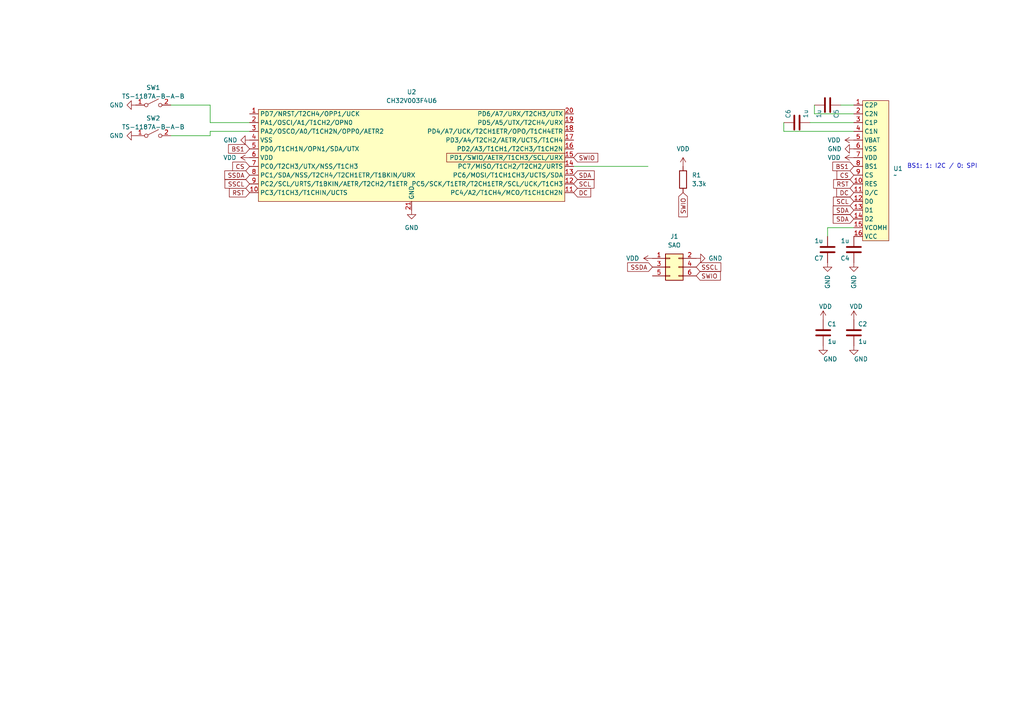
<source format=kicad_sch>
(kicad_sch (version 20231120) (generator "eeschema") (generator_version "8.0")
  (paper "A4")
  (lib_symbols
    (symbol "CH32V003F4U6:CH32V003F4U6"
      (property "Reference" "U" (at 0 0 0))
      (property "Value" "CH32V003F4U6" (at 0 3.81 0))
      (symbol "CH32V003F4U6_0_1"
        (rectangle (start -44.45 12.7) (end 44.45 -13.97) (fill (type background)))
        (rectangle (start 10.16 0) (end 44.45 -2.54) (fill (type background)))
      )
      (symbol "CH32V003F4U6_1_1"
        (pin bidirectional line (at -46.99 11.43 0) (length 2.54) (name "PD7/NRST/T2CH4/OPP1/UCK") (number "1"))
        (pin bidirectional line (at -46.99 -11.43 0) (length 2.54) (name "PC3/T1CH3/T1CHIN/UCTS") (number "10"))
        (pin bidirectional line (at 46.99 -11.43 180) (length 2.54) (name "PC4/A2/T1CH4/MCO/T1CH1CH2N") (number "11"))
        (pin bidirectional line (at 46.99 -8.89 180) (length 2.54) (name "PC5/SCK/T1ETR/T2CH1ETR/SCL/UCK/T1CH3") (number "12"))
        (pin bidirectional line (at 46.99 -6.35 180) (length 2.54) (name "PC6/MOSI/T1CH1CH3/UCTS/SDA") (number "13"))
        (pin bidirectional line (at 46.99 -3.81 180) (length 2.54) (name "PC7/MISO/T1CH2/T2CH2/URTS") (number "14"))
        (pin bidirectional line (at 46.99 -1.27 180) (length 2.54) (name "PD1/SWIO/AETR/T1CH3/SCL/URX") (number "15"))
        (pin bidirectional line (at 46.99 1.27 180) (length 2.54) (name "PD2/A3/T1CH1/T2CH3/T1CH2N") (number "16"))
        (pin bidirectional line (at 46.99 3.81 180) (length 2.54) (name "PD3/A4/T2CH2/AETR/UCTS/T1CH4") (number "17"))
        (pin bidirectional line (at 46.99 6.35 180) (length 2.54) (name "PD4/A7/UCK/T2CH1ETR/OPO/T1CH4ETR") (number "18"))
        (pin bidirectional line (at 46.99 8.89 180) (length 2.54) (name "PD5/A5/UTX/T2CH4/URX") (number "19"))
        (pin bidirectional line (at -46.99 8.89 0) (length 2.54) (name "PA1/OSCI/A1/T1CH2/OPN0") (number "2"))
        (pin bidirectional line (at 46.99 11.43 180) (length 2.54) (name "PD6/A7/URX/T2CH3/UTX") (number "20"))
        (pin bidirectional line (at 0 -16.51 90) (length 2.54) (name "GND") (number "21"))
        (pin bidirectional line (at -46.99 6.35 0) (length 2.54) (name "PA2/OSCO/A0/T1CH2N/OPP0/AETR2") (number "3"))
        (pin bidirectional line (at -46.99 3.81 0) (length 2.54) (name "VSS") (number "4"))
        (pin bidirectional line (at -46.99 1.27 0) (length 2.54) (name "PD0/T1CH1N/OPN1/SDA/UTX") (number "5"))
        (pin bidirectional line (at -46.99 -1.27 0) (length 2.54) (name "VDD") (number "6"))
        (pin bidirectional line (at -46.99 -3.81 0) (length 2.54) (name "PC0/T2CH3/UTX/NSS/T1CH3") (number "7"))
        (pin bidirectional line (at -46.99 -6.35 0) (length 2.54) (name "PC1/SDA/NSS/T2CH4/T2CH1ETR/T1BKIN/URX") (number "8"))
        (pin bidirectional line (at -46.99 -8.89 0) (length 2.54) (name "PC2/SCL/URTS/T1BKIN/AETR/T2CH2/T1ETR") (number "9"))
      )
    )
    (symbol "Connector_Generic:Conn_02x03_Odd_Even" (pin_names (offset 1.016) hide)
      (property "Reference" "J" (at 1.27 5.08 0))
      (property "Value" "Conn_02x03_Odd_Even" (at 1.27 -5.08 0))
      (symbol "Conn_02x03_Odd_Even_1_1"
        (rectangle (start -1.27 -2.413) (end 0 -2.667) (stroke (width 0.1524)))
        (rectangle (start -1.27 0.127) (end 0 -0.127) (stroke (width 0.1524)))
        (rectangle (start -1.27 2.667) (end 0 2.413) (stroke (width 0.1524)))
        (rectangle (start -1.27 3.81) (end 3.81 -3.81) (stroke (width 0.254)) (fill (type background)))
        (rectangle (start 3.81 -2.413) (end 2.54 -2.667) (stroke (width 0.1524)))
        (rectangle (start 3.81 0.127) (end 2.54 -0.127) (stroke (width 0.1524)))
        (rectangle (start 3.81 2.667) (end 2.54 2.413) (stroke (width 0.1524)))
        (pin passive line (at -5.08 2.54 0) (length 3.81) (name "Pin_1") (number "1"))
        (pin passive line (at 7.62 2.54 180) (length 3.81) (name "Pin_2") (number "2"))
        (pin passive line (at -5.08 0 0) (length 3.81) (name "Pin_3") (number "3"))
        (pin passive line (at 7.62 0 180) (length 3.81) (name "Pin_4") (number "4"))
        (pin passive line (at -5.08 -2.54 0) (length 3.81) (name "Pin_5") (number "5"))
        (pin passive line (at 7.62 -2.54 180) (length 3.81) (name "Pin_6") (number "6"))
      )
    )
    (symbol "Device:C" (pin_numbers hide) (pin_names (offset 0.254))
      (property "Reference" "C" (at 0.635 2.54 0))
      (property "Value" "C" (at 0.635 -2.54 0))
      (symbol "C_0_1"
        (polyline (pts (xy -2.032 -0.762) (xy 2.032 -0.762)) (stroke (width 0.508)))
        (polyline (pts (xy -2.032 0.762) (xy 2.032 0.762)) (stroke (width 0.508)))
      )
      (symbol "C_1_1"
        (pin passive line (at 0 3.81 270) (length 2.794) (name "~") (number "1"))
        (pin passive line (at 0 -3.81 90) (length 2.794) (name "~") (number "2"))
      )
    )
    (symbol "Device:R" (pin_numbers hide) (pin_names (offset 0))
      (property "Reference" "R" (at 2.032 0 90))
      (property "Value" "R" (at 0 0 90))
      (symbol "R_0_1"
        (rectangle (start -1.016 -2.54) (end 1.016 2.54) (stroke (width 0.254)))
      )
      (symbol "R_1_1"
        (pin passive line (at 0 3.81 270) (length 1.27) (name "~") (number "1"))
        (pin passive line (at 0 -3.81 90) (length 1.27) (name "~") (number "2"))
      )
    )
    (symbol "Switch:SW_SPST" (pin_names (offset 0) hide)
      (property "Reference" "SW" (at 0 3.175 0))
      (property "Value" "SW_SPST" (at 0 -2.54 0))
      (symbol "SW_SPST_0_0"
        (circle (center -2.032 0) (radius 0.508))
        (polyline (pts (xy -1.524 0.254) (xy 1.524 1.778)))
        (circle (center 2.032 0) (radius 0.508))
      )
      (symbol "SW_SPST_1_1"
        (pin passive line (at -5.08 0 0) (length 2.54) (name "A") (number "1"))
        (pin passive line (at 5.08 0 180) (length 2.54) (name "B") (number "2"))
      )
    )
    (symbol "cnhardware:OLED-0.42-72x40"
      (property "Reference" "U" (at -1.016 21.336 0))
      (symbol "OLED-0.42-72x40_1_1"
        (rectangle (start -3.81 20.32) (end 3.81 -20.32) (fill (type background)))
        (pin bidirectional line (at -6.35 19.05 0) (length 2.54) (name "C2P") (number "1"))
        (pin bidirectional line (at -6.35 -3.81 0) (length 2.54) (name "RES") (number "10"))
        (pin bidirectional line (at -6.35 -6.35 0) (length 2.54) (name "D/C") (number "11"))
        (pin bidirectional line (at -6.35 -8.89 0) (length 2.54) (name "D0") (number "12"))
        (pin bidirectional line (at -6.35 -11.43 0) (length 2.54) (name "D1") (number "13"))
        (pin bidirectional line (at -6.35 -13.97 0) (length 2.54) (name "D2") (number "14"))
        (pin bidirectional line (at -6.35 -16.51 0) (length 2.54) (name "VCOMH") (number "15"))
        (pin bidirectional line (at -6.35 -19.05 0) (length 2.54) (name "VCC") (number "16"))
        (pin bidirectional line (at -6.35 16.51 0) (length 2.54) (name "C2N") (number "2"))
        (pin bidirectional line (at -6.35 13.97 0) (length 2.54) (name "C1P") (number "3"))
        (pin bidirectional line (at -6.35 11.43 0) (length 2.54) (name "C1N") (number "4"))
        (pin bidirectional line (at -6.35 8.89 0) (length 2.54) (name "VBAT") (number "5"))
        (pin bidirectional line (at -6.35 6.35 0) (length 2.54) (name "VSS") (number "6"))
        (pin bidirectional line (at -6.35 3.81 0) (length 2.54) (name "VDD") (number "7"))
        (pin bidirectional line (at -6.35 1.27 0) (length 2.54) (name "BS1") (number "8"))
        (pin bidirectional line (at -6.35 -1.27 0) (length 2.54) (name "CS") (number "9"))
      )
    )
    (symbol "power:GND" (power) (pin_names (offset 0))
      (property "Value" "GND" (at 0 -3.81 0))
      (symbol "GND_0_1"
        (polyline (pts (xy 0 0) (xy 0 -1.27) (xy 1.27 -1.27) (xy 0 -2.54) (xy -1.27 -1.27) (xy 0 -1.27)))
      )
      (symbol "GND_1_1"
        (pin power_in line (at 0 0 270) (length 0) hide (name "GND") (number "1"))
      )
    )
    (symbol "power:VDD" (power) (pin_names (offset 0))
      (property "Value" "VDD" (at 0 3.81 0))
      (symbol "VDD_0_1"
        (polyline (pts (xy -0.762 1.27) (xy 0 2.54)))
        (polyline (pts (xy 0 0) (xy 0 2.54)))
        (polyline (pts (xy 0 2.54) (xy 0.762 1.27)))
      )
      (symbol "VDD_1_1"
        (pin power_in line (at 0 0 90) (length 0) hide (name "VDD") (number "1"))
      )
    )
  )
  (wire (pts (xy 60.96 30.48) (xy 49.53 30.48)))
  (wire (pts (xy 240.03 66.04) (xy 247.65 66.04)))
  (wire (pts (xy 49.53 39.37) (xy 60.96 39.37)))
  (wire (pts (xy 60.96 35.56) (xy 60.96 30.48)))
  (wire (pts (xy 240.03 68.58) (xy 240.03 66.04)))
  (wire (pts (xy 60.96 39.37) (xy 60.96 38.1)))
  (wire (pts (xy 243.84 30.48) (xy 247.65 30.48)))
  (wire (pts (xy 236.22 33.02) (xy 247.65 33.02)))
  (wire (pts (xy 227.33 38.1) (xy 227.33 35.56)))
  (wire (pts (xy 236.22 30.48) (xy 236.22 33.02)))
  (wire (pts (xy 60.96 35.56) (xy 72.39 35.56)))
  (wire (pts (xy 166.37 48.26) (xy 187.96 48.26)))
  (wire (pts (xy 60.96 38.1) (xy 72.39 38.1)))
  (wire (pts (xy 234.95 35.56) (xy 247.65 35.56)))
  (wire (pts (xy 247.65 38.1) (xy 227.33 38.1)))
  (text "BS1: 1: I2C / 0: SPI" (at 273.304 48.26 0) (effects (font (size 1.27 1.27))))
  (global_label "SWIO" (shape input) (at 166.37 45.72 0) (property "Intersheetrefs" "${INTERSHEET_REFS}" (effects (hide yes))))
  (global_label "SSCL" (shape input) (at 201.93 77.47 0) (property "Intersheetrefs" "${INTERSHEET_REFS}" (effects (hide yes))))
  (global_label "SDA" (shape input) (at 247.65 63.5 180) (property "Intersheetrefs" "${INTERSHEET_REFS}" (effects (hide yes))))
  (global_label "DC" (shape input) (at 166.37 55.88 0) (property "Intersheetrefs" "${INTERSHEET_REFS}" (effects (hide yes))))
  (global_label "SSCL" (shape input) (at 72.39 53.34 180) (property "Intersheetrefs" "${INTERSHEET_REFS}" (effects (hide yes))))
  (global_label "SDA" (shape input) (at 166.37 50.8 0) (property "Intersheetrefs" "${INTERSHEET_REFS}" (effects (hide yes))))
  (global_label "RST" (shape input) (at 72.39 55.88 180) (property "Intersheetrefs" "${INTERSHEET_REFS}" (effects (hide yes))))
  (global_label "SWIO" (shape input) (at 198.12 55.88 270) (property "Intersheetrefs" "${INTERSHEET_REFS}" (effects (hide yes))))
  (global_label "BS1" (shape input) (at 247.65 48.26 180) (property "Intersheetrefs" "${INTERSHEET_REFS}" (effects (hide yes))))
  (global_label "SCL" (shape input) (at 166.37 53.34 0) (property "Intersheetrefs" "${INTERSHEET_REFS}" (effects (hide yes))))
  (global_label "CS" (shape input) (at 247.65 50.8 180) (property "Intersheetrefs" "${INTERSHEET_REFS}" (effects (hide yes))))
  (global_label "SDA" (shape input) (at 247.65 60.96 180) (property "Intersheetrefs" "${INTERSHEET_REFS}" (effects (hide yes))))
  (global_label "SWIO" (shape input) (at 201.93 80.01 0) (property "Intersheetrefs" "${INTERSHEET_REFS}" (effects (hide yes))))
  (global_label "RST" (shape input) (at 247.65 53.34 180) (property "Intersheetrefs" "${INTERSHEET_REFS}" (effects (hide yes))))
  (global_label "SCL" (shape input) (at 247.65 58.42 180) (property "Intersheetrefs" "${INTERSHEET_REFS}" (effects (hide yes))))
  (global_label "DC" (shape input) (at 247.65 55.88 180) (property "Intersheetrefs" "${INTERSHEET_REFS}" (effects (hide yes))))
  (global_label "SSDA" (shape input) (at 189.23 77.47 180) (property "Intersheetrefs" "${INTERSHEET_REFS}" (effects (hide yes))))
  (global_label "CS" (shape input) (at 72.39 48.26 180) (property "Intersheetrefs" "${INTERSHEET_REFS}" (effects (hide yes))))
  (global_label "SSDA" (shape input) (at 72.39 50.8 180) (property "Intersheetrefs" "${INTERSHEET_REFS}" (effects (hide yes))))
  (global_label "BS1" (shape input) (at 72.39 43.18 180) (property "Intersheetrefs" "${INTERSHEET_REFS}" (effects (hide yes))))
  (symbol (lib_id "power:VDD") (at 238.76 92.71 0) (unit 1)
    (property "Reference" "#PWR04" (effects (hide yes)))
    (property "Value" "VDD" (at 237.49 88.9 0) (effects (justify left)))
  )
  (symbol (lib_id "Device:C") (at 247.65 96.52 180) (unit 1)
    (property "Reference" "C2" (at 250.19 93.98 0))
    (property "Value" "1u" (at 250.19 99.06 0))
    (property "Footprint" "Resistor_SMD:R_0402_1005Metric" (effects (hide yes)))
    (property "LCSC" "C52923" (effects (hide yes)))
  )
  (symbol (lib_id "power:GND") (at 119.38 60.96 0) (unit 1)
    (property "Reference" "#PWR08" (effects (hide yes)))
    (property "Value" "GND" (at 119.38 66.04 0))
  )
  (symbol (lib_id "cnhardware:OLED-0.42-72x40") (at 254 49.53 0) (unit 1) (in_bom no)
    (property "Reference" "U1" (at 259.08 48.8949 0) (effects (justify left)))
    (property "Value" "~" (at 259.08 50.8 0) (effects (justify left)))
    (property "Footprint" "cnhardware:P0.65mm_16_pin_OLED_FLEX_CONTACT" (effects (hide yes)))
  )
  (symbol (lib_id "Device:C") (at 240.03 72.39 0) (unit 1)
    (property "Reference" "C7" (at 237.49 74.93 0))
    (property "Value" "1u" (at 237.49 69.85 0))
    (property "Footprint" "Resistor_SMD:R_0402_1005Metric" (effects (hide yes)))
    (property "LCSC" "C52923" (effects (hide yes)))
  )
  (symbol (lib_id "Connector_Generic:Conn_02x03_Odd_Even") (at 194.31 77.47 0) (unit 1)
    (property "Reference" "J1" (at 195.58 68.58 0))
    (property "Value" "SAO" (at 195.58 71.12 0))
    (property "Footprint" "Connector_PinHeader_2.54mm:PinHeader_2x03_P2.54mm_Vertical_SMD" (effects (hide yes)))
    (property "Description" "Generic connector, double row, 02x03, odd/even pin numbering scheme (row 1 odd numbers, row 2 even numbers), script generated (kicad-library-utils/schlib/autogen/connector/)" (effects (hide yes)))
  )
  (symbol (lib_id "power:GND") (at 39.37 30.48 270) (unit 1)
    (property "Reference" "#PWR012" (effects (hide yes)))
    (property "Value" "GND" (at 31.75 30.48 90) (effects (justify left)))
  )
  (symbol (lib_id "power:VDD") (at 247.65 45.72 90) (unit 1)
    (property "Reference" "#PWR023" (effects (hide yes)))
    (property "Value" "VDD" (at 243.84 45.7199 90) (effects (justify left)))
  )
  (symbol (lib_id "power:VDD") (at 247.65 40.64 90) (unit 1)
    (property "Reference" "#PWR018" (effects (hide yes)))
    (property "Value" "VDD" (at 243.84 40.6399 90) (effects (justify left)))
  )
  (symbol (lib_id "power:GND") (at 247.65 100.33 0) (unit 1)
    (property "Reference" "#PWR07" (effects (hide yes)))
    (property "Value" "GND" (at 247.65 104.14 0) (effects (justify left)))
  )
  (symbol (lib_id "power:GND") (at 238.76 100.33 0) (unit 1)
    (property "Reference" "#PWR05" (effects (hide yes)))
    (property "Value" "GND" (at 238.76 104.14 0) (effects (justify left)))
  )
  (symbol (lib_id "Device:C") (at 240.03 30.48 90) (unit 1)
    (property "Reference" "C5" (at 242.57 33.02 0))
    (property "Value" "1u" (at 237.49 33.02 0))
    (property "Footprint" "Resistor_SMD:R_0402_1005Metric" (effects (hide yes)))
    (property "LCSC" "C52923" (effects (hide yes)))
  )
  (symbol (lib_id "power:VDD") (at 198.12 48.26 0) (unit 1)
    (property "Reference" "#PWR013" (effects (hide yes)))
    (property "Value" "VDD" (at 198.12 43.18 0))
  )
  (symbol (lib_id "Device:C") (at 238.76 96.52 180) (unit 1)
    (property "Reference" "C1" (at 241.3 93.98 0))
    (property "Value" "1u" (at 241.3 99.06 0))
    (property "Footprint" "Resistor_SMD:R_0402_1005Metric" (effects (hide yes)))
    (property "LCSC" "C52923" (effects (hide yes)))
  )
  (symbol (lib_id "power:VDD") (at 247.65 92.71 0) (unit 1)
    (property "Reference" "#PWR06" (effects (hide yes)))
    (property "Value" "VDD" (at 246.38 88.9 0) (effects (justify left)))
  )
  (symbol (lib_id "power:GND") (at 247.65 43.18 270) (unit 1)
    (property "Reference" "#PWR022" (effects (hide yes)))
    (property "Value" "GND" (at 240.03 43.18 90) (effects (justify left)))
  )
  (symbol (lib_id "Device:C") (at 231.14 35.56 270) (unit 1)
    (property "Reference" "C6" (at 228.6 33.02 0))
    (property "Value" "1u" (at 233.68 33.02 0))
    (property "Footprint" "Resistor_SMD:R_0402_1005Metric" (effects (hide yes)))
    (property "LCSC" "C52923" (effects (hide yes)))
  )
  (symbol (lib_id "power:VDD") (at 189.23 74.93 90) (unit 1)
    (property "Reference" "#PWR09" (effects (hide yes)))
    (property "Value" "VDD" (at 185.42 74.9299 90) (effects (justify left)))
  )
  (symbol (lib_id "power:GND") (at 201.93 74.93 90) (unit 1)
    (property "Reference" "#PWR010" (effects (hide yes)))
    (property "Value" "GND" (at 209.55 74.93 90) (effects (justify left)))
  )
  (symbol (lib_id "Device:C") (at 247.65 72.39 0) (unit 1)
    (property "Reference" "C4" (at 245.11 74.93 0))
    (property "Value" "1u" (at 245.11 69.85 0))
    (property "Footprint" "Resistor_SMD:R_0402_1005Metric" (effects (hide yes)))
    (property "LCSC" "C52923" (effects (hide yes)))
  )
  (symbol (lib_id "power:GND") (at 240.03 76.2 0) (unit 1)
    (property "Reference" "#PWR024" (effects (hide yes)))
    (property "Value" "GND" (at 240.03 83.82 90) (effects (justify left)))
  )
  (symbol (lib_id "Device:R") (at 198.12 52.07 0) (unit 1)
    (property "Reference" "R1" (at 200.66 50.7999 0) (effects (justify left)))
    (property "Value" "3.3k" (at 200.66 53.3399 0) (effects (justify left)))
    (property "Footprint" "Resistor_SMD:R_0402_1005Metric" (effects (hide yes)))
    (property "Description" "Resistor" (effects (hide yes)))
    (property "LCSC" "C25890" (effects (hide yes)))
  )
  (symbol (lib_id "Switch:SW_SPST") (at 44.45 39.37 0) (unit 1)
    (property "Reference" "SW2" (at 44.45 34.29 0))
    (property "Value" "TS-1187A-B-A-B" (at 44.45 36.83 0))
    (property "Footprint" "Button_Switch_SMD:SW_SPST_TL3342" (effects (hide yes)))
    (property "LCSC" "C318884" (effects (hide yes)))
  )
  (symbol (lib_id "power:GND") (at 247.65 76.2 0) (unit 1)
    (property "Reference" "#PWR01" (effects (hide yes)))
    (property "Value" "GND" (at 247.65 83.82 90) (effects (justify left)))
  )
  (symbol (lib_id "power:GND") (at 72.39 40.64 270) (unit 1)
    (property "Reference" "#PWR02" (effects (hide yes)))
    (property "Value" "GND" (at 64.77 40.64 90) (effects (justify left)))
  )
  (symbol (lib_id "Switch:SW_SPST") (at 44.45 30.48 0) (unit 1)
    (property "Reference" "SW1" (at 44.45 25.4 0))
    (property "Value" "TS-1187A-B-A-B" (at 44.45 27.94 0))
    (property "Footprint" "Button_Switch_SMD:SW_SPST_TL3342" (effects (hide yes)))
    (property "LCSC" "C318884" (effects (hide yes)))
  )
  (symbol (lib_id "CH32V003F4U6:CH32V003F4U6") (at 119.38 44.45 0) (unit 1)
    (property "Reference" "U2" (at 119.38 26.67 0))
    (property "Value" "CH32V003F4U6" (at 119.38 29.21 0))
    (property "Footprint" "Package_DFN_QFN:QFN-20-1EP_3x3mm_P0.4mm_EP1.65x1.65mm" (effects (hide yes)))
    (property "LCSC" "C5299908" (effects (hide yes)))
  )
  (symbol (lib_id "power:VDD") (at 72.39 45.72 90) (unit 1)
    (property "Reference" "#PWR03" (effects (hide yes)))
    (property "Value" "VDD" (at 68.58 45.7199 90) (effects (justify left)))
  )
  (symbol (lib_id "power:GND") (at 39.37 39.37 270) (unit 1)
    (property "Reference" "#PWR011" (effects (hide yes)))
    (property "Value" "GND" (at 31.75 39.37 90) (effects (justify left)))
  )
)
</source>
